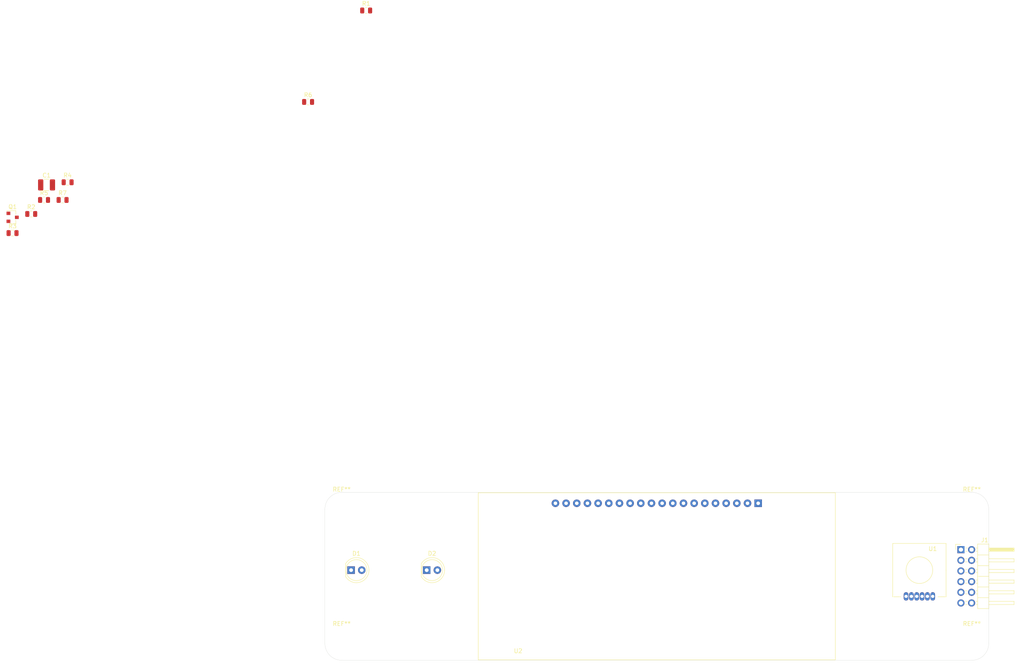
<source format=kicad_pcb>
(kicad_pcb (version 20190905) (host pcbnew "(5.99.0-266-g39241dc0f)")

  (general
    (thickness 1.6)
    (drawings 8)
    (tracks 0)
    (modules 18)
    (nets 20)
  )

  (page "A4")
  (layers
    (0 "F.Cu" signal)
    (31 "B.Cu" signal)
    (32 "B.Adhes" user)
    (33 "F.Adhes" user)
    (34 "B.Paste" user)
    (35 "F.Paste" user)
    (36 "B.SilkS" user)
    (37 "F.SilkS" user)
    (38 "B.Mask" user)
    (39 "F.Mask" user)
    (40 "Dwgs.User" user)
    (41 "Cmts.User" user)
    (42 "Eco1.User" user)
    (43 "Eco2.User" user)
    (44 "Edge.Cuts" user)
    (45 "Margin" user)
    (46 "B.CrtYd" user)
    (47 "F.CrtYd" user)
    (48 "B.Fab" user)
    (49 "F.Fab" user)
  )

  (setup
    (stackup
      (layer "F.SilkS" (type "Top Silk Screen"))
      (layer "F.Paste" (type "Top Solder Paste"))
      (layer "F.Mask" (type "Top Solder Mask") (thickness 0.01) (color "Green"))
      (layer "F.Cu" (type "copper") (thickness 0.035))
      (layer "dielectric 1" (type "core") (thickness 1.51) (material "FR4") (epsilon_r 4.5) (loss_tangent 0.02))
      (layer "B.Cu" (type "copper") (thickness 0.035))
      (layer "B.Mask" (type "Bottom Solder Mask") (thickness 0.01) (color "Green"))
      (layer "B.Paste" (type "Bottom Solder Paste"))
      (layer "B.SilkS" (type "Bottom Silk Screen"))
      (copper_finish "None")
      (dielectric_constraints no)
    )
    (last_trace_width 0.3)
    (trace_clearance 0.3)
    (zone_clearance 0.508)
    (zone_45_only no)
    (trace_min 0.3)
    (via_size 1.2)
    (via_drill 0.6)
    (via_min_size 1.2)
    (via_min_drill 0.6)
    (uvia_size 0.3)
    (uvia_drill 0.1)
    (uvias_allowed no)
    (uvia_min_size 0.2)
    (uvia_min_drill 0.1)
    (max_error 0.005)
    (filled_areas_thickness no)
    (defaults
      (edge_clearance 0.01)
      (edge_cuts_line_width 0.05)
      (courtyard_line_width 0.05)
      (copper_line_width 0.2)
      (copper_text_dims (size 1.5 1.5) (thickness 0.3))
      (silk_line_width 0.12)
      (silk_text_dims (size 1 1) (thickness 0.15))
      (other_layers_line_width 0.1)
      (other_layers_text_dims (size 1 1) (thickness 0.15))
    )
    (pad_size 1.524 1.524)
    (pad_drill 0.762)
    (pad_to_mask_clearance 0.051)
    (solder_mask_min_width 0.25)
    (aux_axis_origin 0 0)
    (grid_origin 125 80)
    (visible_elements FFFFFF7F)
    (pcbplotparams
      (layerselection 0x010fc_ffffffff)
      (usegerberextensions false)
      (usegerberattributes false)
      (usegerberadvancedattributes false)
      (creategerberjobfile false)
      (excludeedgelayer true)
      (linewidth 0.100000)
      (plotframeref false)
      (viasonmask false)
      (mode 1)
      (useauxorigin false)
      (hpglpennumber 1)
      (hpglpenspeed 20)
      (hpglpendiameter 15.000000)
      (psnegative false)
      (psa4output false)
      (plotreference true)
      (plotvalue true)
      (plotinvisibletext false)
      (padsonsilk false)
      (subtractmaskfromsilk false)
      (outputformat 1)
      (mirror false)
      (drillshape 1)
      (scaleselection 1)
      (outputdirectory "")
    )
  )

  (net 0 "")
  (net 1 "GND")
  (net 2 "+3V3")
  (net 3 "Net-(D1-Pad2)")
  (net 4 "Net-(D2-Pad2)")
  (net 5 "Net-(D2-Pad1)")
  (net 6 "/JA10")
  (net 7 "/JA9")
  (net 8 "/JA8")
  (net 9 "/JA7")
  (net 10 "/JA4")
  (net 11 "/JA3")
  (net 12 "/JA2")
  (net 13 "/JA1")
  (net 14 "Net-(Q1-Pad1)")
  (net 15 "Net-(R4-Pad1)")
  (net 16 "Net-(U2-Pad18)")
  (net 17 "Net-(U2-Pad15)")
  (net 18 "Net-(U2-Pad9)")
  (net 19 "Net-(U2-Pad3)")

  (net_class "Default" "This is the default net class."
    (clearance 0.3)
    (trace_width 0.3)
    (via_dia 1.2)
    (via_drill 0.6)
    (uvia_dia 0.3)
    (uvia_drill 0.1)
    (diff_pair_width 0.3)
    (diff_pair_gap 0.3)
    (add_net "+3V3")
    (add_net "/JA1")
    (add_net "/JA10")
    (add_net "/JA2")
    (add_net "/JA3")
    (add_net "/JA4")
    (add_net "/JA7")
    (add_net "/JA8")
    (add_net "/JA9")
    (add_net "GND")
    (add_net "Net-(D1-Pad2)")
    (add_net "Net-(D2-Pad1)")
    (add_net "Net-(D2-Pad2)")
    (add_net "Net-(Q1-Pad1)")
    (add_net "Net-(R4-Pad1)")
    (add_net "Net-(U2-Pad15)")
    (add_net "Net-(U2-Pad18)")
    (add_net "Net-(U2-Pad3)")
    (add_net "Net-(U2-Pad9)")
  )

  (module "newStuff:291V1" (layer "F.Cu") (tedit 5DB88792) (tstamp 5DB8E3ED)
    (at 187.5 78.53)
    (path "/5DBE830D")
    (fp_text reference "U1" (at 3.175 -5.08 unlocked) (layer "F.SilkS")
      (effects (font (size 1 1) (thickness 0.15)))
    )
    (fp_text value "291V1" (at -3.175 -5.08 unlocked) (layer "F.Fab")
      (effects (font (size 1 1) (thickness 0.15)))
    )
    (fp_line (start 4.445 6.35) (end 6.35 6.35) (layer "F.SilkS") (width 0.12))
    (fp_line (start 6.35 6.35) (end 6.35 0) (layer "F.SilkS") (width 0.12))
    (fp_line (start -6.35 6.35) (end -4.445 6.35) (layer "F.SilkS") (width 0.12))
    (fp_line (start -6.35 -6.35) (end -6.35 6.35) (layer "F.SilkS") (width 0.12))
    (fp_line (start 6.35 -6.35) (end -6.35 -6.35) (layer "F.SilkS") (width 0.12))
    (fp_line (start 6.35 0) (end 6.35 -6.35) (layer "F.SilkS") (width 0.12))
    (fp_circle (center 0 0) (end 3.175 0) (layer "F.SilkS") (width 0.12))
    (pad "6" thru_hole oval (at -3.17 6.25) (size 1.1 2) (drill 0.76) (layers *.Cu *.Mask)
      (net 2 "+3V3"))
    (pad "5" thru_hole oval (at -1.9 6.25) (size 1.1 2) (drill 0.76) (layers *.Cu *.Mask)
      (net 13 "/JA1"))
    (pad "4" thru_hole oval (at -0.63 6.25) (size 1.1 2) (drill 0.76) (layers *.Cu *.Mask)
      (net 12 "/JA2"))
    (pad "3" thru_hole oval (at 0.64 6.25) (size 1.1 2) (drill 0.76) (layers *.Cu *.Mask)
      (net 11 "/JA3"))
    (pad "2" thru_hole oval (at 1.91 6.25) (size 1.1 2) (drill 0.76) (layers *.Cu *.Mask)
      (net 1 "GND"))
    (pad "1" thru_hole oval (at 3.18 6.25) (size 1.1 2) (drill 0.76) (layers *.Cu *.Mask)
      (net 1 "GND"))
  )

  (module "MountingHole:MountingHole_3.7mm" (layer "F.Cu") (tedit 56D1B4CB) (tstamp 5DB8E117)
    (at 200 96)
    (descr "Mounting Hole 3.7mm, no annular")
    (tags "mounting hole 3.7mm no annular")
    (attr virtual)
    (fp_text reference "REF**" (at 0 -4.7) (layer "F.SilkS")
      (effects (font (size 1 1) (thickness 0.15)))
    )
    (fp_text value "MountingHole_3.7mm" (at 0 4.7) (layer "F.Fab")
      (effects (font (size 1 1) (thickness 0.15)))
    )
    (fp_text user "%R" (at 0.3 0) (layer "F.Fab")
      (effects (font (size 1 1) (thickness 0.15)))
    )
    (fp_circle (center 0 0) (end 3.7 0) (layer "Cmts.User") (width 0.15))
    (fp_circle (center 0 0) (end 3.95 0) (layer "F.CrtYd") (width 0.05))
    (pad "1" np_thru_hole circle (at 0 0) (size 3.7 3.7) (drill 3.7) (layers *.Cu *.Mask))
  )

  (module "MountingHole:MountingHole_3.7mm" (layer "F.Cu") (tedit 56D1B4CB) (tstamp 5DB8E110)
    (at 50 96)
    (descr "Mounting Hole 3.7mm, no annular")
    (tags "mounting hole 3.7mm no annular")
    (attr virtual)
    (fp_text reference "REF**" (at 0 -4.7) (layer "F.SilkS")
      (effects (font (size 1 1) (thickness 0.15)))
    )
    (fp_text value "MountingHole_3.7mm" (at 0 4.7) (layer "F.Fab")
      (effects (font (size 1 1) (thickness 0.15)))
    )
    (fp_circle (center 0 0) (end 3.95 0) (layer "F.CrtYd") (width 0.05))
    (fp_circle (center 0 0) (end 3.7 0) (layer "Cmts.User") (width 0.15))
    (fp_text user "%R" (at 0.3 0) (layer "F.Fab")
      (effects (font (size 1 1) (thickness 0.15)))
    )
    (pad "1" np_thru_hole circle (at 0 0) (size 3.7 3.7) (drill 3.7) (layers *.Cu *.Mask))
  )

  (module "MountingHole:MountingHole_3.7mm" (layer "F.Cu") (tedit 56D1B4CB) (tstamp 5DB8E102)
    (at 200 64)
    (descr "Mounting Hole 3.7mm, no annular")
    (tags "mounting hole 3.7mm no annular")
    (attr virtual)
    (fp_text reference "REF**" (at 0 -4.7) (layer "F.SilkS")
      (effects (font (size 1 1) (thickness 0.15)))
    )
    (fp_text value "MountingHole_3.7mm" (at 0 4.7) (layer "F.Fab")
      (effects (font (size 1 1) (thickness 0.15)))
    )
    (fp_circle (center 0 0) (end 3.95 0) (layer "F.CrtYd") (width 0.05))
    (fp_circle (center 0 0) (end 3.7 0) (layer "Cmts.User") (width 0.15))
    (fp_text user "%R" (at 0.3 0) (layer "F.Fab")
      (effects (font (size 1 1) (thickness 0.15)))
    )
    (pad "1" np_thru_hole circle (at 0 0) (size 3.7 3.7) (drill 3.7) (layers *.Cu *.Mask))
  )

  (module "MountingHole:MountingHole_3.7mm" (layer "F.Cu") (tedit 56D1B4CB) (tstamp 5DB8E0F8)
    (at 50 64)
    (descr "Mounting Hole 3.7mm, no annular")
    (tags "mounting hole 3.7mm no annular")
    (attr virtual)
    (fp_text reference "REF**" (at 0 -4.7) (layer "F.SilkS")
      (effects (font (size 1 1) (thickness 0.15)))
    )
    (fp_text value "MountingHole_3.7mm" (at 0 4.7) (layer "F.Fab")
      (effects (font (size 1 1) (thickness 0.15)))
    )
    (fp_text user "%R" (at 0.3 0) (layer "F.Fab")
      (effects (font (size 1 1) (thickness 0.15)))
    )
    (fp_circle (center 0 0) (end 3.7 0) (layer "Cmts.User") (width 0.15))
    (fp_circle (center 0 0) (end 3.95 0) (layer "F.CrtYd") (width 0.05))
    (pad "1" np_thru_hole circle (at 0 0) (size 3.7 3.7) (drill 3.7) (layers *.Cu *.Mask))
  )

  (module "newStuff:NHD-2.8-25664UCB2" (layer "F.Cu") (tedit 5DB86DAF) (tstamp 5DB8DC0B)
    (at 125 80)
    (path "/5DB926D2")
    (fp_text reference "U2" (at -33.02 17.78 unlocked) (layer "F.SilkS")
      (effects (font (size 1 1) (thickness 0.15)))
    )
    (fp_text value "NHD-2.8-25664" (at -12.7 17.78 unlocked) (layer "F.Fab")
      (effects (font (size 1 1) (thickness 0.15)))
    )
    (fp_line (start -42.5 -19.9) (end -42.5 19.9) (layer "F.SilkS") (width 0.12))
    (fp_line (start -42.5 19.9) (end 42.5 19.9) (layer "F.SilkS") (width 0.12))
    (fp_line (start 42.5 19.9) (end 42.5 -19.9) (layer "F.SilkS") (width 0.12))
    (fp_line (start 42.5 -19.9) (end -42.5 -19.9) (layer "F.SilkS") (width 0.12))
    (fp_poly (pts (xy 36 8.53) (xy -36 8.53) (xy -36 -11.47) (xy 36 -11.47)) (layer "Cmts.User") (width 0.1))
    (fp_line (start 42.5 13.4) (end -42.5 13.4) (layer "Cmts.User") (width 0.3))
    (fp_line (start -42.5 13.4) (end -42.5 -14.3) (layer "Cmts.User") (width 0.3))
    (fp_line (start 42.5 -14.3) (end -42.5 -14.3) (layer "Cmts.User") (width 0.3))
    (fp_line (start 42.5 13.4) (end 42.5 -14.3) (layer "Cmts.User") (width 0.3))
    (pad "20" thru_hole circle (at -24.13 -17.4) (size 1.8 1.8) (drill 0.86) (layers *.Cu *.Mask)
      (net 1 "GND"))
    (pad "19" thru_hole circle (at -21.59 -17.4) (size 1.8 1.8) (drill 0.86) (layers *.Cu *.Mask)
      (net 1 "GND"))
    (pad "18" thru_hole circle (at -19.05 -17.4) (size 1.8 1.8) (drill 0.86) (layers *.Cu *.Mask)
      (net 16 "Net-(U2-Pad18)"))
    (pad "17" thru_hole circle (at -16.51 -17.4) (size 1.8 1.8) (drill 0.86) (layers *.Cu *.Mask)
      (net 9 "/JA7"))
    (pad "16" thru_hole circle (at -13.97 -17.4) (size 1.8 1.8) (drill 0.86) (layers *.Cu *.Mask)
      (net 15 "Net-(R4-Pad1)"))
    (pad "15" thru_hole circle (at -11.43 -17.4) (size 1.8 1.8) (drill 0.86) (layers *.Cu *.Mask)
      (net 17 "Net-(U2-Pad15)"))
    (pad "14" thru_hole circle (at -8.89 -17.4) (size 1.8 1.8) (drill 0.86) (layers *.Cu *.Mask)
      (net 1 "GND"))
    (pad "13" thru_hole circle (at -6.35 -17.4) (size 1.8 1.8) (drill 0.86) (layers *.Cu *.Mask)
      (net 1 "GND"))
    (pad "12" thru_hole circle (at -3.81 -17.4) (size 1.8 1.8) (drill 0.86) (layers *.Cu *.Mask)
      (net 1 "GND"))
    (pad "11" thru_hole circle (at -1.27 -17.4) (size 1.8 1.8) (drill 0.86) (layers *.Cu *.Mask)
      (net 1 "GND"))
    (pad "10" thru_hole circle (at 1.27 -17.4) (size 1.8 1.8) (drill 0.86) (layers *.Cu *.Mask)
      (net 1 "GND"))
    (pad "9" thru_hole circle (at 3.81 -17.4) (size 1.8 1.8) (drill 0.86) (layers *.Cu *.Mask)
      (net 18 "Net-(U2-Pad9)"))
    (pad "8" thru_hole circle (at 6.35 -17.4) (size 1.8 1.8) (drill 0.86) (layers *.Cu *.Mask)
      (net 7 "/JA9"))
    (pad "7" thru_hole circle (at 8.89 -17.4) (size 1.8 1.8) (drill 0.86) (layers *.Cu *.Mask)
      (net 8 "/JA8"))
    (pad "6" thru_hole circle (at 11.43 -17.4) (size 1.8 1.8) (drill 0.86) (layers *.Cu *.Mask)
      (net 1 "GND"))
    (pad "5" thru_hole circle (at 13.97 -17.4) (size 1.8 1.8) (drill 0.86) (layers *.Cu *.Mask)
      (net 1 "GND"))
    (pad "4" thru_hole circle (at 16.51 -17.4) (size 1.8 1.8) (drill 0.86) (layers *.Cu *.Mask)
      (net 6 "/JA10"))
    (pad "3" thru_hole circle (at 19.05 -17.4) (size 1.8 1.8) (drill 0.86) (layers *.Cu *.Mask)
      (net 19 "Net-(U2-Pad3)"))
    (pad "2" thru_hole circle (at 21.59 -17.4) (size 1.8 1.8) (drill 0.86) (layers *.Cu *.Mask)
      (net 1 "GND"))
    (pad "1" thru_hole rect (at 24.13 -17.4) (size 1.8 1.8) (drill 0.86) (layers *.Cu *.Mask)
      (net 2 "+3V3"))
    (pad "" np_thru_hole circle (at -39 -16.9) (size 2.5 2.5) (drill 2.5) (layers *.Cu *.Mask))
    (pad "" np_thru_hole circle (at -39 16.9) (size 2.5 2.5) (drill 2.5) (layers *.Cu *.Mask))
    (pad "" np_thru_hole circle (at 39 -16.9) (size 2.5 2.5) (drill 2.5) (layers *.Cu *.Mask))
    (pad "" np_thru_hole circle (at 39 16.9) (size 2.5 2.5) (drill 2.5) (layers *.Cu *.Mask))
  )

  (module "Resistor_SMD:R_0805_2012Metric" (layer "F.Cu") (tedit 5B36C52B) (tstamp 5DB8DBD5)
    (at -16.44 -9.65)
    (descr "Resistor SMD 0805 (2012 Metric), square (rectangular) end terminal, IPC_7351 nominal, (Body size source: https://docs.google.com/spreadsheets/d/1BsfQQcO9C6DZCsRaXUlFlo91Tg2WpOkGARC1WS5S8t0/edit?usp=sharing), generated with kicad-footprint-generator")
    (tags "resistor")
    (path "/5DBC1F56")
    (attr smd)
    (fp_text reference "R7" (at 0 -1.65) (layer "F.SilkS")
      (effects (font (size 1 1) (thickness 0.15)))
    )
    (fp_text value "2k2" (at 0 1.65) (layer "F.Fab")
      (effects (font (size 1 1) (thickness 0.15)))
    )
    (fp_line (start -1 0.6) (end -1 -0.6) (layer "F.Fab") (width 0.1))
    (fp_line (start -1 -0.6) (end 1 -0.6) (layer "F.Fab") (width 0.1))
    (fp_line (start 1 -0.6) (end 1 0.6) (layer "F.Fab") (width 0.1))
    (fp_line (start 1 0.6) (end -1 0.6) (layer "F.Fab") (width 0.1))
    (fp_line (start -0.258578 -0.71) (end 0.258578 -0.71) (layer "F.SilkS") (width 0.12))
    (fp_line (start -0.258578 0.71) (end 0.258578 0.71) (layer "F.SilkS") (width 0.12))
    (fp_line (start -1.68 0.95) (end -1.68 -0.95) (layer "F.CrtYd") (width 0.05))
    (fp_line (start -1.68 -0.95) (end 1.68 -0.95) (layer "F.CrtYd") (width 0.05))
    (fp_line (start 1.68 -0.95) (end 1.68 0.95) (layer "F.CrtYd") (width 0.05))
    (fp_line (start 1.68 0.95) (end -1.68 0.95) (layer "F.CrtYd") (width 0.05))
    (fp_text user "%R" (at 0 0) (layer "F.Fab")
      (effects (font (size 0.5 0.5) (thickness 0.08)))
    )
    (pad "2" smd roundrect (at 0.9375 0) (size 0.975 1.4) (layers "F.Cu" "F.Paste" "F.Mask") (roundrect_rratio 0.25)
      (net 2 "+3V3"))
    (pad "1" smd roundrect (at -0.9375 0) (size 0.975 1.4) (layers "F.Cu" "F.Paste" "F.Mask") (roundrect_rratio 0.25)
      (net 4 "Net-(D2-Pad2)"))
    (model "${KISYS3DMOD}/Resistor_SMD.3dshapes/R_0805_2012Metric.wrl"
      (at (xyz 0 0 0))
      (scale (xyz 1 1 1))
      (rotate (xyz 0 0 0))
    )
  )

  (module "Resistor_SMD:R_0805_2012Metric" (layer "F.Cu") (tedit 5B36C52B) (tstamp 5DB8DBC4)
    (at 42 -33)
    (descr "Resistor SMD 0805 (2012 Metric), square (rectangular) end terminal, IPC_7351 nominal, (Body size source: https://docs.google.com/spreadsheets/d/1BsfQQcO9C6DZCsRaXUlFlo91Tg2WpOkGARC1WS5S8t0/edit?usp=sharing), generated with kicad-footprint-generator")
    (tags "resistor")
    (path "/5DBC3CA4")
    (attr smd)
    (fp_text reference "R6" (at 0 -1.65) (layer "F.SilkS")
      (effects (font (size 1 1) (thickness 0.15)))
    )
    (fp_text value "2k2" (at 0 1.65) (layer "F.Fab")
      (effects (font (size 1 1) (thickness 0.15)))
    )
    (fp_line (start -1 0.6) (end -1 -0.6) (layer "F.Fab") (width 0.1))
    (fp_line (start -1 -0.6) (end 1 -0.6) (layer "F.Fab") (width 0.1))
    (fp_line (start 1 -0.6) (end 1 0.6) (layer "F.Fab") (width 0.1))
    (fp_line (start 1 0.6) (end -1 0.6) (layer "F.Fab") (width 0.1))
    (fp_line (start -0.258578 -0.71) (end 0.258578 -0.71) (layer "F.SilkS") (width 0.12))
    (fp_line (start -0.258578 0.71) (end 0.258578 0.71) (layer "F.SilkS") (width 0.12))
    (fp_line (start -1.68 0.95) (end -1.68 -0.95) (layer "F.CrtYd") (width 0.05))
    (fp_line (start -1.68 -0.95) (end 1.68 -0.95) (layer "F.CrtYd") (width 0.05))
    (fp_line (start 1.68 -0.95) (end 1.68 0.95) (layer "F.CrtYd") (width 0.05))
    (fp_line (start 1.68 0.95) (end -1.68 0.95) (layer "F.CrtYd") (width 0.05))
    (fp_text user "%R" (at 0 0) (layer "F.Fab")
      (effects (font (size 0.5 0.5) (thickness 0.08)))
    )
    (pad "2" smd roundrect (at 0.9375 0) (size 0.975 1.4) (layers "F.Cu" "F.Paste" "F.Mask") (roundrect_rratio 0.25)
      (net 14 "Net-(Q1-Pad1)"))
    (pad "1" smd roundrect (at -0.9375 0) (size 0.975 1.4) (layers "F.Cu" "F.Paste" "F.Mask") (roundrect_rratio 0.25)
      (net 10 "/JA4"))
    (model "${KISYS3DMOD}/Resistor_SMD.3dshapes/R_0805_2012Metric.wrl"
      (at (xyz 0 0 0))
      (scale (xyz 1 1 1))
      (rotate (xyz 0 0 0))
    )
  )

  (module "Resistor_SMD:R_0805_2012Metric" (layer "F.Cu") (tedit 5B36C52B) (tstamp 5DB8DBB3)
    (at -20.85 -9.65)
    (descr "Resistor SMD 0805 (2012 Metric), square (rectangular) end terminal, IPC_7351 nominal, (Body size source: https://docs.google.com/spreadsheets/d/1BsfQQcO9C6DZCsRaXUlFlo91Tg2WpOkGARC1WS5S8t0/edit?usp=sharing), generated with kicad-footprint-generator")
    (tags "resistor")
    (path "/5DBD57C6")
    (attr smd)
    (fp_text reference "R5" (at 0 -1.65) (layer "F.SilkS")
      (effects (font (size 1 1) (thickness 0.15)))
    )
    (fp_text value "2k2" (at 0 1.65) (layer "F.Fab")
      (effects (font (size 1 1) (thickness 0.15)))
    )
    (fp_line (start -1 0.6) (end -1 -0.6) (layer "F.Fab") (width 0.1))
    (fp_line (start -1 -0.6) (end 1 -0.6) (layer "F.Fab") (width 0.1))
    (fp_line (start 1 -0.6) (end 1 0.6) (layer "F.Fab") (width 0.1))
    (fp_line (start 1 0.6) (end -1 0.6) (layer "F.Fab") (width 0.1))
    (fp_line (start -0.258578 -0.71) (end 0.258578 -0.71) (layer "F.SilkS") (width 0.12))
    (fp_line (start -0.258578 0.71) (end 0.258578 0.71) (layer "F.SilkS") (width 0.12))
    (fp_line (start -1.68 0.95) (end -1.68 -0.95) (layer "F.CrtYd") (width 0.05))
    (fp_line (start -1.68 -0.95) (end 1.68 -0.95) (layer "F.CrtYd") (width 0.05))
    (fp_line (start 1.68 -0.95) (end 1.68 0.95) (layer "F.CrtYd") (width 0.05))
    (fp_line (start 1.68 0.95) (end -1.68 0.95) (layer "F.CrtYd") (width 0.05))
    (fp_text user "%R" (at 0 0) (layer "F.Fab")
      (effects (font (size 0.5 0.5) (thickness 0.08)))
    )
    (pad "2" smd roundrect (at 0.9375 0) (size 0.975 1.4) (layers "F.Cu" "F.Paste" "F.Mask") (roundrect_rratio 0.25)
      (net 2 "+3V3"))
    (pad "1" smd roundrect (at -0.9375 0) (size 0.975 1.4) (layers "F.Cu" "F.Paste" "F.Mask") (roundrect_rratio 0.25)
      (net 3 "Net-(D1-Pad2)"))
    (model "${KISYS3DMOD}/Resistor_SMD.3dshapes/R_0805_2012Metric.wrl"
      (at (xyz 0 0 0))
      (scale (xyz 1 1 1))
      (rotate (xyz 0 0 0))
    )
  )

  (module "Resistor_SMD:R_0805_2012Metric" (layer "F.Cu") (tedit 5B36C52B) (tstamp 5DB8DBA2)
    (at -15.24 -13.86)
    (descr "Resistor SMD 0805 (2012 Metric), square (rectangular) end terminal, IPC_7351 nominal, (Body size source: https://docs.google.com/spreadsheets/d/1BsfQQcO9C6DZCsRaXUlFlo91Tg2WpOkGARC1WS5S8t0/edit?usp=sharing), generated with kicad-footprint-generator")
    (tags "resistor")
    (path "/5DB9F234")
    (attr smd)
    (fp_text reference "R4" (at 0 -1.65) (layer "F.SilkS")
      (effects (font (size 1 1) (thickness 0.15)))
    )
    (fp_text value "2k2" (at 0 1.65) (layer "F.Fab")
      (effects (font (size 1 1) (thickness 0.15)))
    )
    (fp_line (start -1 0.6) (end -1 -0.6) (layer "F.Fab") (width 0.1))
    (fp_line (start -1 -0.6) (end 1 -0.6) (layer "F.Fab") (width 0.1))
    (fp_line (start 1 -0.6) (end 1 0.6) (layer "F.Fab") (width 0.1))
    (fp_line (start 1 0.6) (end -1 0.6) (layer "F.Fab") (width 0.1))
    (fp_line (start -0.258578 -0.71) (end 0.258578 -0.71) (layer "F.SilkS") (width 0.12))
    (fp_line (start -0.258578 0.71) (end 0.258578 0.71) (layer "F.SilkS") (width 0.12))
    (fp_line (start -1.68 0.95) (end -1.68 -0.95) (layer "F.CrtYd") (width 0.05))
    (fp_line (start -1.68 -0.95) (end 1.68 -0.95) (layer "F.CrtYd") (width 0.05))
    (fp_line (start 1.68 -0.95) (end 1.68 0.95) (layer "F.CrtYd") (width 0.05))
    (fp_line (start 1.68 0.95) (end -1.68 0.95) (layer "F.CrtYd") (width 0.05))
    (fp_text user "%R" (at 0 0) (layer "F.Fab")
      (effects (font (size 0.5 0.5) (thickness 0.08)))
    )
    (pad "2" smd roundrect (at 0.9375 0) (size 0.975 1.4) (layers "F.Cu" "F.Paste" "F.Mask") (roundrect_rratio 0.25)
      (net 2 "+3V3"))
    (pad "1" smd roundrect (at -0.9375 0) (size 0.975 1.4) (layers "F.Cu" "F.Paste" "F.Mask") (roundrect_rratio 0.25)
      (net 15 "Net-(R4-Pad1)"))
    (model "${KISYS3DMOD}/Resistor_SMD.3dshapes/R_0805_2012Metric.wrl"
      (at (xyz 0 0 0))
      (scale (xyz 1 1 1))
      (rotate (xyz 0 0 0))
    )
  )

  (module "Resistor_SMD:R_0805_2012Metric" (layer "F.Cu") (tedit 5B36C52B) (tstamp 5DB8DB91)
    (at -28.35 -1.76)
    (descr "Resistor SMD 0805 (2012 Metric), square (rectangular) end terminal, IPC_7351 nominal, (Body size source: https://docs.google.com/spreadsheets/d/1BsfQQcO9C6DZCsRaXUlFlo91Tg2WpOkGARC1WS5S8t0/edit?usp=sharing), generated with kicad-footprint-generator")
    (tags "resistor")
    (path "/5DBEA319")
    (attr smd)
    (fp_text reference "R3" (at 0 -1.65) (layer "F.SilkS")
      (effects (font (size 1 1) (thickness 0.15)))
    )
    (fp_text value "2k2" (at 0 1.65) (layer "F.Fab")
      (effects (font (size 1 1) (thickness 0.15)))
    )
    (fp_line (start -1 0.6) (end -1 -0.6) (layer "F.Fab") (width 0.1))
    (fp_line (start -1 -0.6) (end 1 -0.6) (layer "F.Fab") (width 0.1))
    (fp_line (start 1 -0.6) (end 1 0.6) (layer "F.Fab") (width 0.1))
    (fp_line (start 1 0.6) (end -1 0.6) (layer "F.Fab") (width 0.1))
    (fp_line (start -0.258578 -0.71) (end 0.258578 -0.71) (layer "F.SilkS") (width 0.12))
    (fp_line (start -0.258578 0.71) (end 0.258578 0.71) (layer "F.SilkS") (width 0.12))
    (fp_line (start -1.68 0.95) (end -1.68 -0.95) (layer "F.CrtYd") (width 0.05))
    (fp_line (start -1.68 -0.95) (end 1.68 -0.95) (layer "F.CrtYd") (width 0.05))
    (fp_line (start 1.68 -0.95) (end 1.68 0.95) (layer "F.CrtYd") (width 0.05))
    (fp_line (start 1.68 0.95) (end -1.68 0.95) (layer "F.CrtYd") (width 0.05))
    (fp_text user "%R" (at 0 0) (layer "F.Fab")
      (effects (font (size 0.5 0.5) (thickness 0.08)))
    )
    (pad "2" smd roundrect (at 0.9375 0) (size 0.975 1.4) (layers "F.Cu" "F.Paste" "F.Mask") (roundrect_rratio 0.25)
      (net 2 "+3V3"))
    (pad "1" smd roundrect (at -0.9375 0) (size 0.975 1.4) (layers "F.Cu" "F.Paste" "F.Mask") (roundrect_rratio 0.25)
      (net 11 "/JA3"))
    (model "${KISYS3DMOD}/Resistor_SMD.3dshapes/R_0805_2012Metric.wrl"
      (at (xyz 0 0 0))
      (scale (xyz 1 1 1))
      (rotate (xyz 0 0 0))
    )
  )

  (module "Resistor_SMD:R_0805_2012Metric" (layer "F.Cu") (tedit 5B36C52B) (tstamp 5DB8DB80)
    (at -23.9 -6.31)
    (descr "Resistor SMD 0805 (2012 Metric), square (rectangular) end terminal, IPC_7351 nominal, (Body size source: https://docs.google.com/spreadsheets/d/1BsfQQcO9C6DZCsRaXUlFlo91Tg2WpOkGARC1WS5S8t0/edit?usp=sharing), generated with kicad-footprint-generator")
    (tags "resistor")
    (path "/5DBEABFB")
    (attr smd)
    (fp_text reference "R2" (at 0 -1.65) (layer "F.SilkS")
      (effects (font (size 1 1) (thickness 0.15)))
    )
    (fp_text value "2k2" (at 0 1.65) (layer "F.Fab")
      (effects (font (size 1 1) (thickness 0.15)))
    )
    (fp_line (start -1 0.6) (end -1 -0.6) (layer "F.Fab") (width 0.1))
    (fp_line (start -1 -0.6) (end 1 -0.6) (layer "F.Fab") (width 0.1))
    (fp_line (start 1 -0.6) (end 1 0.6) (layer "F.Fab") (width 0.1))
    (fp_line (start 1 0.6) (end -1 0.6) (layer "F.Fab") (width 0.1))
    (fp_line (start -0.258578 -0.71) (end 0.258578 -0.71) (layer "F.SilkS") (width 0.12))
    (fp_line (start -0.258578 0.71) (end 0.258578 0.71) (layer "F.SilkS") (width 0.12))
    (fp_line (start -1.68 0.95) (end -1.68 -0.95) (layer "F.CrtYd") (width 0.05))
    (fp_line (start -1.68 -0.95) (end 1.68 -0.95) (layer "F.CrtYd") (width 0.05))
    (fp_line (start 1.68 -0.95) (end 1.68 0.95) (layer "F.CrtYd") (width 0.05))
    (fp_line (start 1.68 0.95) (end -1.68 0.95) (layer "F.CrtYd") (width 0.05))
    (fp_text user "%R" (at 0 0) (layer "F.Fab")
      (effects (font (size 0.5 0.5) (thickness 0.08)))
    )
    (pad "2" smd roundrect (at 0.9375 0) (size 0.975 1.4) (layers "F.Cu" "F.Paste" "F.Mask") (roundrect_rratio 0.25)
      (net 2 "+3V3"))
    (pad "1" smd roundrect (at -0.9375 0) (size 0.975 1.4) (layers "F.Cu" "F.Paste" "F.Mask") (roundrect_rratio 0.25)
      (net 12 "/JA2"))
    (model "${KISYS3DMOD}/Resistor_SMD.3dshapes/R_0805_2012Metric.wrl"
      (at (xyz 0 0 0))
      (scale (xyz 1 1 1))
      (rotate (xyz 0 0 0))
    )
  )

  (module "Resistor_SMD:R_0805_2012Metric" (layer "F.Cu") (tedit 5B36C52B) (tstamp 5DB8DB6F)
    (at 55.82 -54.78)
    (descr "Resistor SMD 0805 (2012 Metric), square (rectangular) end terminal, IPC_7351 nominal, (Body size source: https://docs.google.com/spreadsheets/d/1BsfQQcO9C6DZCsRaXUlFlo91Tg2WpOkGARC1WS5S8t0/edit?usp=sharing), generated with kicad-footprint-generator")
    (tags "resistor")
    (path "/5DBEE51E")
    (attr smd)
    (fp_text reference "R1" (at 0 -1.65) (layer "F.SilkS")
      (effects (font (size 1 1) (thickness 0.15)))
    )
    (fp_text value "2k2" (at 0 1.65) (layer "F.Fab")
      (effects (font (size 1 1) (thickness 0.15)))
    )
    (fp_line (start -1 0.6) (end -1 -0.6) (layer "F.Fab") (width 0.1))
    (fp_line (start -1 -0.6) (end 1 -0.6) (layer "F.Fab") (width 0.1))
    (fp_line (start 1 -0.6) (end 1 0.6) (layer "F.Fab") (width 0.1))
    (fp_line (start 1 0.6) (end -1 0.6) (layer "F.Fab") (width 0.1))
    (fp_line (start -0.258578 -0.71) (end 0.258578 -0.71) (layer "F.SilkS") (width 0.12))
    (fp_line (start -0.258578 0.71) (end 0.258578 0.71) (layer "F.SilkS") (width 0.12))
    (fp_line (start -1.68 0.95) (end -1.68 -0.95) (layer "F.CrtYd") (width 0.05))
    (fp_line (start -1.68 -0.95) (end 1.68 -0.95) (layer "F.CrtYd") (width 0.05))
    (fp_line (start 1.68 -0.95) (end 1.68 0.95) (layer "F.CrtYd") (width 0.05))
    (fp_line (start 1.68 0.95) (end -1.68 0.95) (layer "F.CrtYd") (width 0.05))
    (fp_text user "%R" (at 0 0) (layer "F.Fab")
      (effects (font (size 0.5 0.5) (thickness 0.08)))
    )
    (pad "2" smd roundrect (at 0.9375 0) (size 0.975 1.4) (layers "F.Cu" "F.Paste" "F.Mask") (roundrect_rratio 0.25)
      (net 2 "+3V3"))
    (pad "1" smd roundrect (at -0.9375 0) (size 0.975 1.4) (layers "F.Cu" "F.Paste" "F.Mask") (roundrect_rratio 0.25)
      (net 13 "/JA1"))
    (model "${KISYS3DMOD}/Resistor_SMD.3dshapes/R_0805_2012Metric.wrl"
      (at (xyz 0 0 0))
      (scale (xyz 1 1 1))
      (rotate (xyz 0 0 0))
    )
  )

  (module "Package_TO_SOT_SMD:SOT-23" (layer "F.Cu") (tedit 5A02FF57) (tstamp 5DB8DB5E)
    (at -28.33 -5.51)
    (descr "SOT-23, Standard")
    (tags "SOT-23")
    (path "/5DBAB8E7")
    (attr smd)
    (fp_text reference "Q1" (at 0 -2.5) (layer "F.SilkS")
      (effects (font (size 1 1) (thickness 0.15)))
    )
    (fp_text value "BSS138" (at 0 2.5) (layer "F.Fab")
      (effects (font (size 1 1) (thickness 0.15)))
    )
    (fp_text user "%R" (at 0 0 90) (layer "F.Fab")
      (effects (font (size 0.5 0.5) (thickness 0.075)))
    )
    (fp_line (start -0.7 -0.95) (end -0.7 1.5) (layer "F.Fab") (width 0.1))
    (fp_line (start -0.15 -1.52) (end 0.7 -1.52) (layer "F.Fab") (width 0.1))
    (fp_line (start -0.7 -0.95) (end -0.15 -1.52) (layer "F.Fab") (width 0.1))
    (fp_line (start 0.7 -1.52) (end 0.7 1.52) (layer "F.Fab") (width 0.1))
    (fp_line (start -0.7 1.52) (end 0.7 1.52) (layer "F.Fab") (width 0.1))
    (fp_line (start 0.76 1.58) (end 0.76 0.65) (layer "F.SilkS") (width 0.12))
    (fp_line (start 0.76 -1.58) (end 0.76 -0.65) (layer "F.SilkS") (width 0.12))
    (fp_line (start -1.7 -1.75) (end 1.7 -1.75) (layer "F.CrtYd") (width 0.05))
    (fp_line (start 1.7 -1.75) (end 1.7 1.75) (layer "F.CrtYd") (width 0.05))
    (fp_line (start 1.7 1.75) (end -1.7 1.75) (layer "F.CrtYd") (width 0.05))
    (fp_line (start -1.7 1.75) (end -1.7 -1.75) (layer "F.CrtYd") (width 0.05))
    (fp_line (start 0.76 -1.58) (end -1.4 -1.58) (layer "F.SilkS") (width 0.12))
    (fp_line (start 0.76 1.58) (end -0.7 1.58) (layer "F.SilkS") (width 0.12))
    (pad "3" smd rect (at 1 0) (size 0.9 0.8) (layers "F.Cu" "F.Paste" "F.Mask")
      (net 5 "Net-(D2-Pad1)"))
    (pad "2" smd rect (at -1 0.95) (size 0.9 0.8) (layers "F.Cu" "F.Paste" "F.Mask")
      (net 1 "GND"))
    (pad "1" smd rect (at -1 -0.95) (size 0.9 0.8) (layers "F.Cu" "F.Paste" "F.Mask")
      (net 14 "Net-(Q1-Pad1)"))
    (model "${KISYS3DMOD}/Package_TO_SOT_SMD.3dshapes/SOT-23.wrl"
      (at (xyz 0 0 0))
      (scale (xyz 1 1 1))
      (rotate (xyz 0 0 0))
    )
  )

  (module "Connector_PinHeader_2.54mm:PinHeader_2x06_P2.54mm_Horizontal" (layer "F.Cu") (tedit 59FED5CB) (tstamp 5DB8DB49)
    (at 197.39 73.65)
    (descr "Through hole angled pin header, 2x06, 2.54mm pitch, 6mm pin length, double rows")
    (tags "Through hole angled pin header THT 2x06 2.54mm double row")
    (path "/5DB867E7")
    (fp_text reference "J1" (at 5.655 -2.27) (layer "F.SilkS")
      (effects (font (size 1 1) (thickness 0.15)))
    )
    (fp_text value "Conn_02x06_Top_Bottom" (at 5.655 14.97) (layer "F.Fab")
      (effects (font (size 1 1) (thickness 0.15)))
    )
    (fp_line (start 4.675 -1.27) (end 6.58 -1.27) (layer "F.Fab") (width 0.1))
    (fp_line (start 6.58 -1.27) (end 6.58 13.97) (layer "F.Fab") (width 0.1))
    (fp_line (start 6.58 13.97) (end 4.04 13.97) (layer "F.Fab") (width 0.1))
    (fp_line (start 4.04 13.97) (end 4.04 -0.635) (layer "F.Fab") (width 0.1))
    (fp_line (start 4.04 -0.635) (end 4.675 -1.27) (layer "F.Fab") (width 0.1))
    (fp_line (start -0.32 -0.32) (end 4.04 -0.32) (layer "F.Fab") (width 0.1))
    (fp_line (start -0.32 -0.32) (end -0.32 0.32) (layer "F.Fab") (width 0.1))
    (fp_line (start -0.32 0.32) (end 4.04 0.32) (layer "F.Fab") (width 0.1))
    (fp_line (start 6.58 -0.32) (end 12.58 -0.32) (layer "F.Fab") (width 0.1))
    (fp_line (start 12.58 -0.32) (end 12.58 0.32) (layer "F.Fab") (width 0.1))
    (fp_line (start 6.58 0.32) (end 12.58 0.32) (layer "F.Fab") (width 0.1))
    (fp_line (start -0.32 2.22) (end 4.04 2.22) (layer "F.Fab") (width 0.1))
    (fp_line (start -0.32 2.22) (end -0.32 2.86) (layer "F.Fab") (width 0.1))
    (fp_line (start -0.32 2.86) (end 4.04 2.86) (layer "F.Fab") (width 0.1))
    (fp_line (start 6.58 2.22) (end 12.58 2.22) (layer "F.Fab") (width 0.1))
    (fp_line (start 12.58 2.22) (end 12.58 2.86) (layer "F.Fab") (width 0.1))
    (fp_line (start 6.58 2.86) (end 12.58 2.86) (layer "F.Fab") (width 0.1))
    (fp_line (start -0.32 4.76) (end 4.04 4.76) (layer "F.Fab") (width 0.1))
    (fp_line (start -0.32 4.76) (end -0.32 5.4) (layer "F.Fab") (width 0.1))
    (fp_line (start -0.32 5.4) (end 4.04 5.4) (layer "F.Fab") (width 0.1))
    (fp_line (start 6.58 4.76) (end 12.58 4.76) (layer "F.Fab") (width 0.1))
    (fp_line (start 12.58 4.76) (end 12.58 5.4) (layer "F.Fab") (width 0.1))
    (fp_line (start 6.58 5.4) (end 12.58 5.4) (layer "F.Fab") (width 0.1))
    (fp_line (start -0.32 7.3) (end 4.04 7.3) (layer "F.Fab") (width 0.1))
    (fp_line (start -0.32 7.3) (end -0.32 7.94) (layer "F.Fab") (width 0.1))
    (fp_line (start -0.32 7.94) (end 4.04 7.94) (layer "F.Fab") (width 0.1))
    (fp_line (start 6.58 7.3) (end 12.58 7.3) (layer "F.Fab") (width 0.1))
    (fp_line (start 12.58 7.3) (end 12.58 7.94) (layer "F.Fab") (width 0.1))
    (fp_line (start 6.58 7.94) (end 12.58 7.94) (layer "F.Fab") (width 0.1))
    (fp_line (start -0.32 9.84) (end 4.04 9.84) (layer "F.Fab") (width 0.1))
    (fp_line (start -0.32 9.84) (end -0.32 10.48) (layer "F.Fab") (width 0.1))
    (fp_line (start -0.32 10.48) (end 4.04 10.48) (layer "F.Fab") (width 0.1))
    (fp_line (start 6.58 9.84) (end 12.58 9.84) (layer "F.Fab") (width 0.1))
    (fp_line (start 12.58 9.84) (end 12.58 10.48) (layer "F.Fab") (width 0.1))
    (fp_line (start 6.58 10.48) (end 12.58 10.48) (layer "F.Fab") (width 0.1))
    (fp_line (start -0.32 12.38) (end 4.04 12.38) (layer "F.Fab") (width 0.1))
    (fp_line (start -0.32 12.38) (end -0.32 13.02) (layer "F.Fab") (width 0.1))
    (fp_line (start -0.32 13.02) (end 4.04 13.02) (layer "F.Fab") (width 0.1))
    (fp_line (start 6.58 12.38) (end 12.58 12.38) (layer "F.Fab") (width 0.1))
    (fp_line (start 12.58 12.38) (end 12.58 13.02) (layer "F.Fab") (width 0.1))
    (fp_line (start 6.58 13.02) (end 12.58 13.02) (layer "F.Fab") (width 0.1))
    (fp_line (start 3.98 -1.33) (end 3.98 14.03) (layer "F.SilkS") (width 0.12))
    (fp_line (start 3.98 14.03) (end 6.64 14.03) (layer "F.SilkS") (width 0.12))
    (fp_line (start 6.64 14.03) (end 6.64 -1.33) (layer "F.SilkS") (width 0.12))
    (fp_line (start 6.64 -1.33) (end 3.98 -1.33) (layer "F.SilkS") (width 0.12))
    (fp_line (start 6.64 -0.38) (end 12.64 -0.38) (layer "F.SilkS") (width 0.12))
    (fp_line (start 12.64 -0.38) (end 12.64 0.38) (layer "F.SilkS") (width 0.12))
    (fp_line (start 12.64 0.38) (end 6.64 0.38) (layer "F.SilkS") (width 0.12))
    (fp_line (start 6.64 -0.32) (end 12.64 -0.32) (layer "F.SilkS") (width 0.12))
    (fp_line (start 6.64 -0.2) (end 12.64 -0.2) (layer "F.SilkS") (width 0.12))
    (fp_line (start 6.64 -0.08) (end 12.64 -0.08) (layer "F.SilkS") (width 0.12))
    (fp_line (start 6.64 0.04) (end 12.64 0.04) (layer "F.SilkS") (width 0.12))
    (fp_line (start 6.64 0.16) (end 12.64 0.16) (layer "F.SilkS") (width 0.12))
    (fp_line (start 6.64 0.28) (end 12.64 0.28) (layer "F.SilkS") (width 0.12))
    (fp_line (start 3.582929 -0.38) (end 3.98 -0.38) (layer "F.SilkS") (width 0.12))
    (fp_line (start 3.582929 0.38) (end 3.98 0.38) (layer "F.SilkS") (width 0.12))
    (fp_line (start 1.11 -0.38) (end 1.497071 -0.38) (layer "F.SilkS") (width 0.12))
    (fp_line (start 1.11 0.38) (end 1.497071 0.38) (layer "F.SilkS") (width 0.12))
    (fp_line (start 3.98 1.27) (end 6.64 1.27) (layer "F.SilkS") (width 0.12))
    (fp_line (start 6.64 2.16) (end 12.64 2.16) (layer "F.SilkS") (width 0.12))
    (fp_line (start 12.64 2.16) (end 12.64 2.92) (layer "F.SilkS") (width 0.12))
    (fp_line (start 12.64 2.92) (end 6.64 2.92) (layer "F.SilkS") (width 0.12))
    (fp_line (start 3.582929 2.16) (end 3.98 2.16) (layer "F.SilkS") (width 0.12))
    (fp_line (start 3.582929 2.92) (end 3.98 2.92) (layer "F.SilkS") (width 0.12))
    (fp_line (start 1.042929 2.16) (end 1.497071 2.16) (layer "F.SilkS") (width 0.12))
    (fp_line (start 1.042929 2.92) (end 1.497071 2.92) (layer "F.SilkS") (width 0.12))
    (fp_line (start 3.98 3.81) (end 6.64 3.81) (layer "F.SilkS") (width 0.12))
    (fp_line (start 6.64 4.7) (end 12.64 4.7) (layer "F.SilkS") (width 0.12))
    (fp_line (start 12.64 4.7) (end 12.64 5.46) (layer "F.SilkS") (width 0.12))
    (fp_line (start 12.64 5.46) (end 6.64 5.46) (layer "F.SilkS") (width 0.12))
    (fp_line (start 3.582929 4.7) (end 3.98 4.7) (layer "F.SilkS") (width 0.12))
    (fp_line (start 3.582929 5.46) (end 3.98 5.46) (layer "F.SilkS") (width 0.12))
    (fp_line (start 1.042929 4.7) (end 1.497071 4.7) (layer "F.SilkS") (width 0.12))
    (fp_line (start 1.042929 5.46) (end 1.497071 5.46) (layer "F.SilkS") (width 0.12))
    (fp_line (start 3.98 6.35) (end 6.64 6.35) (layer "F.SilkS") (width 0.12))
    (fp_line (start 6.64 7.24) (end 12.64 7.24) (layer "F.SilkS") (width 0.12))
    (fp_line (start 12.64 7.24) (end 12.64 8) (layer "F.SilkS") (width 0.12))
    (fp_line (start 12.64 8) (end 6.64 8) (layer "F.SilkS") (width 0.12))
    (fp_line (start 3.582929 7.24) (end 3.98 7.24) (layer "F.SilkS") (width 0.12))
    (fp_line (start 3.582929 8) (end 3.98 8) (layer "F.SilkS") (width 0.12))
    (fp_line (start 1.042929 7.24) (end 1.497071 7.24) (layer "F.SilkS") (width 0.12))
    (fp_line (start 1.042929 8) (end 1.497071 8) (layer "F.SilkS") (width 0.12))
    (fp_line (start 3.98 8.89) (end 6.64 8.89) (layer "F.SilkS") (width 0.12))
    (fp_line (start 6.64 9.78) (end 12.64 9.78) (layer "F.SilkS") (width 0.12))
    (fp_line (start 12.64 9.78) (end 12.64 10.54) (layer "F.SilkS") (width 0.12))
    (fp_line (start 12.64 10.54) (end 6.64 10.54) (layer "F.SilkS") (width 0.12))
    (fp_line (start 3.582929 9.78) (end 3.98 9.78) (layer "F.SilkS") (width 0.12))
    (fp_line (start 3.582929 10.54) (end 3.98 10.54) (layer "F.SilkS") (width 0.12))
    (fp_line (start 1.042929 9.78) (end 1.497071 9.78) (layer "F.SilkS") (width 0.12))
    (fp_line (start 1.042929 10.54) (end 1.497071 10.54) (layer "F.SilkS") (width 0.12))
    (fp_line (start 3.98 11.43) (end 6.64 11.43) (layer "F.SilkS") (width 0.12))
    (fp_line (start 6.64 12.32) (end 12.64 12.32) (layer "F.SilkS") (width 0.12))
    (fp_line (start 12.64 12.32) (end 12.64 13.08) (layer "F.SilkS") (width 0.12))
    (fp_line (start 12.64 13.08) (end 6.64 13.08) (layer "F.SilkS") (width 0.12))
    (fp_line (start 3.582929 12.32) (end 3.98 12.32) (layer "F.SilkS") (width 0.12))
    (fp_line (start 3.582929 13.08) (end 3.98 13.08) (layer "F.SilkS") (width 0.12))
    (fp_line (start 1.042929 12.32) (end 1.497071 12.32) (layer "F.SilkS") (width 0.12))
    (fp_line (start 1.042929 13.08) (end 1.497071 13.08) (layer "F.SilkS") (width 0.12))
    (fp_line (start -1.27 0) (end -1.27 -1.27) (layer "F.SilkS") (width 0.12))
    (fp_line (start -1.27 -1.27) (end 0 -1.27) (layer "F.SilkS") (width 0.12))
    (fp_line (start -1.8 -1.8) (end -1.8 14.5) (layer "F.CrtYd") (width 0.05))
    (fp_line (start -1.8 14.5) (end 13.1 14.5) (layer "F.CrtYd") (width 0.05))
    (fp_line (start 13.1 14.5) (end 13.1 -1.8) (layer "F.CrtYd") (width 0.05))
    (fp_line (start 13.1 -1.8) (end -1.8 -1.8) (layer "F.CrtYd") (width 0.05))
    (fp_text user "%R" (at 5.31 6.35 90) (layer "F.Fab")
      (effects (font (size 1 1) (thickness 0.15)))
    )
    (pad "12" thru_hole oval (at 2.54 12.7) (size 1.7 1.7) (drill 1) (layers *.Cu *.Mask)
      (net 1 "GND"))
    (pad "11" thru_hole oval (at 0 12.7) (size 1.7 1.7) (drill 1) (layers *.Cu *.Mask)
      (net 2 "+3V3"))
    (pad "10" thru_hole oval (at 2.54 10.16) (size 1.7 1.7) (drill 1) (layers *.Cu *.Mask)
      (net 6 "/JA10"))
    (pad "9" thru_hole oval (at 0 10.16) (size 1.7 1.7) (drill 1) (layers *.Cu *.Mask)
      (net 7 "/JA9"))
    (pad "8" thru_hole oval (at 2.54 7.62) (size 1.7 1.7) (drill 1) (layers *.Cu *.Mask)
      (net 8 "/JA8"))
    (pad "7" thru_hole oval (at 0 7.62) (size 1.7 1.7) (drill 1) (layers *.Cu *.Mask)
      (net 9 "/JA7"))
    (pad "6" thru_hole oval (at 2.54 5.08) (size 1.7 1.7) (drill 1) (layers *.Cu *.Mask)
      (net 1 "GND"))
    (pad "5" thru_hole oval (at 0 5.08) (size 1.7 1.7) (drill 1) (layers *.Cu *.Mask)
      (net 2 "+3V3"))
    (pad "4" thru_hole oval (at 2.54 2.54) (size 1.7 1.7) (drill 1) (layers *.Cu *.Mask)
      (net 10 "/JA4"))
    (pad "3" thru_hole oval (at 0 2.54) (size 1.7 1.7) (drill 1) (layers *.Cu *.Mask)
      (net 11 "/JA3"))
    (pad "2" thru_hole oval (at 2.54 0) (size 1.7 1.7) (drill 1) (layers *.Cu *.Mask)
      (net 12 "/JA2"))
    (pad "1" thru_hole rect (at 0 0) (size 1.7 1.7) (drill 1) (layers *.Cu *.Mask)
      (net 13 "/JA1"))
    (model "${KISYS3DMOD}/Connector_PinHeader_2.54mm.3dshapes/PinHeader_2x06_P2.54mm_Horizontal.wrl"
      (at (xyz 0 0 0))
      (scale (xyz 1 1 1))
      (rotate (xyz 0 0 0))
    )
  )

  (module "LED_THT:LED_D5.0mm" (layer "F.Cu") (tedit 5995936A) (tstamp 5DB8DAD0)
    (at 70.23 78.53)
    (descr "LED, diameter 5.0mm, 2 pins, http://cdn-reichelt.de/documents/datenblatt/A500/LL-504BC2E-009.pdf")
    (tags "LED diameter 5.0mm 2 pins")
    (path "/5DBA9E12")
    (fp_text reference "D2" (at 1.27 -3.96) (layer "F.SilkS")
      (effects (font (size 1 1) (thickness 0.15)))
    )
    (fp_text value "LED" (at 1.27 3.96) (layer "F.Fab")
      (effects (font (size 1 1) (thickness 0.15)))
    )
    (fp_arc (start 1.27 0) (end -1.23 -1.469694) (angle 299.1) (layer "F.Fab") (width 0.1))
    (fp_arc (start 1.27 0) (end -1.29 -1.54483) (angle 148.9) (layer "F.SilkS") (width 0.12))
    (fp_arc (start 1.27 0) (end -1.29 1.54483) (angle -148.9) (layer "F.SilkS") (width 0.12))
    (fp_circle (center 1.27 0) (end 3.77 0) (layer "F.Fab") (width 0.1))
    (fp_circle (center 1.27 0) (end 3.77 0) (layer "F.SilkS") (width 0.12))
    (fp_line (start -1.23 -1.469694) (end -1.23 1.469694) (layer "F.Fab") (width 0.1))
    (fp_line (start -1.29 -1.545) (end -1.29 1.545) (layer "F.SilkS") (width 0.12))
    (fp_line (start -1.95 -3.25) (end -1.95 3.25) (layer "F.CrtYd") (width 0.05))
    (fp_line (start -1.95 3.25) (end 4.5 3.25) (layer "F.CrtYd") (width 0.05))
    (fp_line (start 4.5 3.25) (end 4.5 -3.25) (layer "F.CrtYd") (width 0.05))
    (fp_line (start 4.5 -3.25) (end -1.95 -3.25) (layer "F.CrtYd") (width 0.05))
    (fp_text user "%R" (at 1.25 0) (layer "F.Fab")
      (effects (font (size 0.8 0.8) (thickness 0.2)))
    )
    (pad "2" thru_hole circle (at 2.54 0) (size 1.8 1.8) (drill 0.9) (layers *.Cu *.Mask)
      (net 4 "Net-(D2-Pad2)"))
    (pad "1" thru_hole rect (at 0 0) (size 1.8 1.8) (drill 0.9) (layers *.Cu *.Mask)
      (net 5 "Net-(D2-Pad1)"))
    (model "${KISYS3DMOD}/LED_THT.3dshapes/LED_D5.0mm.wrl"
      (at (xyz 0 0 0))
      (scale (xyz 1 1 1))
      (rotate (xyz 0 0 0))
    )
  )

  (module "LED_THT:LED_D5.0mm" (layer "F.Cu") (tedit 5995936A) (tstamp 5DB8DABE)
    (at 52.23 78.53)
    (descr "LED, diameter 5.0mm, 2 pins, http://cdn-reichelt.de/documents/datenblatt/A500/LL-504BC2E-009.pdf")
    (tags "LED diameter 5.0mm 2 pins")
    (path "/5DBD579B")
    (fp_text reference "D1" (at 1.27 -3.96) (layer "F.SilkS")
      (effects (font (size 1 1) (thickness 0.15)))
    )
    (fp_text value "LED" (at 1.27 3.96) (layer "F.Fab")
      (effects (font (size 1 1) (thickness 0.15)))
    )
    (fp_arc (start 1.27 0) (end -1.23 -1.469694) (angle 299.1) (layer "F.Fab") (width 0.1))
    (fp_arc (start 1.27 0) (end -1.29 -1.54483) (angle 148.9) (layer "F.SilkS") (width 0.12))
    (fp_arc (start 1.27 0) (end -1.29 1.54483) (angle -148.9) (layer "F.SilkS") (width 0.12))
    (fp_circle (center 1.27 0) (end 3.77 0) (layer "F.Fab") (width 0.1))
    (fp_circle (center 1.27 0) (end 3.77 0) (layer "F.SilkS") (width 0.12))
    (fp_line (start -1.23 -1.469694) (end -1.23 1.469694) (layer "F.Fab") (width 0.1))
    (fp_line (start -1.29 -1.545) (end -1.29 1.545) (layer "F.SilkS") (width 0.12))
    (fp_line (start -1.95 -3.25) (end -1.95 3.25) (layer "F.CrtYd") (width 0.05))
    (fp_line (start -1.95 3.25) (end 4.5 3.25) (layer "F.CrtYd") (width 0.05))
    (fp_line (start 4.5 3.25) (end 4.5 -3.25) (layer "F.CrtYd") (width 0.05))
    (fp_line (start 4.5 -3.25) (end -1.95 -3.25) (layer "F.CrtYd") (width 0.05))
    (fp_text user "%R" (at 1.25 0) (layer "F.Fab")
      (effects (font (size 0.8 0.8) (thickness 0.2)))
    )
    (pad "2" thru_hole circle (at 2.54 0) (size 1.8 1.8) (drill 0.9) (layers *.Cu *.Mask)
      (net 3 "Net-(D1-Pad2)"))
    (pad "1" thru_hole rect (at 0 0) (size 1.8 1.8) (drill 0.9) (layers *.Cu *.Mask)
      (net 1 "GND"))
    (model "${KISYS3DMOD}/LED_THT.3dshapes/LED_D5.0mm.wrl"
      (at (xyz 0 0 0))
      (scale (xyz 1 1 1))
      (rotate (xyz 0 0 0))
    )
  )

  (module "Capacitor_SMD:C_1210_3225Metric" (layer "F.Cu") (tedit 5B301BBE) (tstamp 5DB8DAAC)
    (at -20.25 -13.23)
    (descr "Capacitor SMD 1210 (3225 Metric), square (rectangular) end terminal, IPC_7351 nominal, (Body size source: http://www.tortai-tech.com/upload/download/2011102023233369053.pdf), generated with kicad-footprint-generator")
    (tags "capacitor")
    (path "/5DB93CC2")
    (attr smd)
    (fp_text reference "C1" (at 0 -2.28) (layer "F.SilkS")
      (effects (font (size 1 1) (thickness 0.15)))
    )
    (fp_text value "10u" (at 0 2.28) (layer "F.Fab")
      (effects (font (size 1 1) (thickness 0.15)))
    )
    (fp_line (start -1.6 1.25) (end -1.6 -1.25) (layer "F.Fab") (width 0.1))
    (fp_line (start -1.6 -1.25) (end 1.6 -1.25) (layer "F.Fab") (width 0.1))
    (fp_line (start 1.6 -1.25) (end 1.6 1.25) (layer "F.Fab") (width 0.1))
    (fp_line (start 1.6 1.25) (end -1.6 1.25) (layer "F.Fab") (width 0.1))
    (fp_line (start -0.602064 -1.36) (end 0.602064 -1.36) (layer "F.SilkS") (width 0.12))
    (fp_line (start -0.602064 1.36) (end 0.602064 1.36) (layer "F.SilkS") (width 0.12))
    (fp_line (start -2.28 1.58) (end -2.28 -1.58) (layer "F.CrtYd") (width 0.05))
    (fp_line (start -2.28 -1.58) (end 2.28 -1.58) (layer "F.CrtYd") (width 0.05))
    (fp_line (start 2.28 -1.58) (end 2.28 1.58) (layer "F.CrtYd") (width 0.05))
    (fp_line (start 2.28 1.58) (end -2.28 1.58) (layer "F.CrtYd") (width 0.05))
    (fp_text user "%R" (at 0 0) (layer "F.Fab")
      (effects (font (size 0.8 0.8) (thickness 0.12)))
    )
    (pad "2" smd roundrect (at 1.4 0) (size 1.25 2.65) (layers "F.Cu" "F.Paste" "F.Mask") (roundrect_rratio 0.2)
      (net 1 "GND"))
    (pad "1" smd roundrect (at -1.4 0) (size 1.25 2.65) (layers "F.Cu" "F.Paste" "F.Mask") (roundrect_rratio 0.2)
      (net 2 "+3V3"))
    (model "${KISYS3DMOD}/Capacitor_SMD.3dshapes/C_1210_3225Metric.wrl"
      (at (xyz 0 0 0))
      (scale (xyz 1 1 1))
      (rotate (xyz 0 0 0))
    )
  )

  (gr_arc (start 50 96) (end 46 96) (angle -90) (layer "Edge.Cuts") (width 0.05) (tstamp 5DB8E24E))
  (gr_arc (start 50 64) (end 50 60) (angle -90) (layer "Edge.Cuts") (width 0.05) (tstamp 5DB8E24B))
  (gr_arc (start 200 96) (end 200 100) (angle -90) (layer "Edge.Cuts") (width 0.05) (tstamp 5DB8E233))
  (gr_arc (start 200 64) (end 204 64) (angle -90) (layer "Edge.Cuts") (width 0.05) (tstamp 5DB8E148))
  (gr_line (start 200 60) (end 50 60) (layer "Edge.Cuts") (width 0.05))
  (gr_line (start 204 96) (end 204 64) (layer "Edge.Cuts") (width 0.05))
  (gr_line (start 50 100) (end 200 100) (layer "Edge.Cuts") (width 0.05))
  (gr_line (start 46 64) (end 46 96) (layer "Edge.Cuts") (width 0.05))

)

</source>
